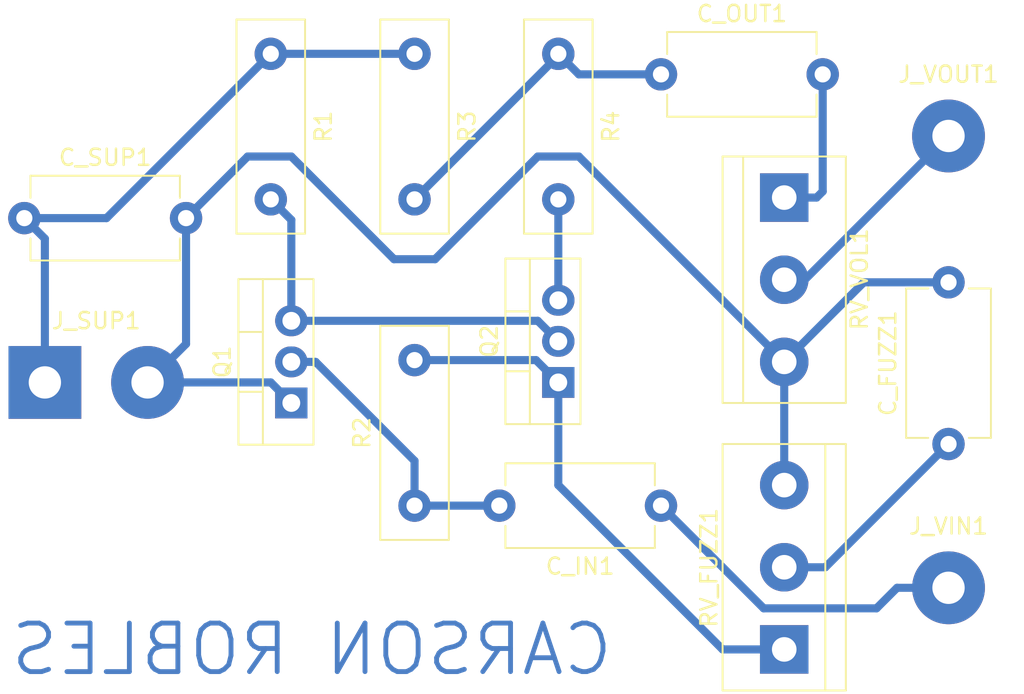
<source format=kicad_pcb>
(kicad_pcb (version 20171130) (host pcbnew "(5.0.1-3-g963ef8bb5)")

  (general
    (thickness 1.6)
    (drawings 1)
    (tracks 50)
    (zones 0)
    (modules 15)
    (nets 12)
  )

  (page A4)
  (layers
    (0 F.Cu signal)
    (31 B.Cu signal)
    (32 B.Adhes user)
    (33 F.Adhes user)
    (34 B.Paste user)
    (35 F.Paste user)
    (36 B.SilkS user)
    (37 F.SilkS user)
    (38 B.Mask user)
    (39 F.Mask user)
    (40 Dwgs.User user)
    (41 Cmts.User user)
    (42 Eco1.User user)
    (43 Eco2.User user)
    (44 Edge.Cuts user)
    (45 Margin user)
    (46 B.CrtYd user)
    (47 F.CrtYd user)
    (48 B.Fab user)
    (49 F.Fab user)
  )

  (setup
    (last_trace_width 0.5)
    (trace_clearance 0.2)
    (zone_clearance 0.508)
    (zone_45_only no)
    (trace_min 0.2)
    (segment_width 0.2)
    (edge_width 0.15)
    (via_size 0.8)
    (via_drill 0.4)
    (via_min_size 0.4)
    (via_min_drill 0.3)
    (uvia_size 0.3)
    (uvia_drill 0.1)
    (uvias_allowed no)
    (uvia_min_size 0.2)
    (uvia_min_drill 0.1)
    (pcb_text_width 0.3)
    (pcb_text_size 1.5 1.5)
    (mod_edge_width 0.15)
    (mod_text_size 1 1)
    (mod_text_width 0.15)
    (pad_size 1.524 1.524)
    (pad_drill 0.762)
    (pad_to_mask_clearance 0.051)
    (solder_mask_min_width 0.25)
    (aux_axis_origin 0 0)
    (visible_elements FFFFFF7F)
    (pcbplotparams
      (layerselection 0x010fc_ffffffff)
      (usegerberextensions false)
      (usegerberattributes false)
      (usegerberadvancedattributes false)
      (creategerberjobfile false)
      (excludeedgelayer true)
      (linewidth 0.100000)
      (plotframeref false)
      (viasonmask false)
      (mode 1)
      (useauxorigin false)
      (hpglpennumber 1)
      (hpglpenspeed 20)
      (hpglpendiameter 15.000000)
      (psnegative false)
      (psa4output false)
      (plotreference true)
      (plotvalue true)
      (plotinvisibletext false)
      (padsonsilk false)
      (subtractmaskfromsilk false)
      (outputformat 1)
      (mirror false)
      (drillshape 1)
      (scaleselection 1)
      (outputdirectory ""))
  )

  (net 0 "")
  (net 1 GND)
  (net 2 -9V)
  (net 3 "Net-(Q2-Pad3)")
  (net 4 "Net-(J_VOUT1-Pad1)")
  (net 5 "Net-(Q2-Pad1)")
  (net 6 "Net-(Q1-Pad3)")
  (net 7 "Net-(C_FUZZ1-Pad1)")
  (net 8 "Net-(C_OUT1-Pad2)")
  (net 9 "Net-(C_IN1-Pad2)")
  (net 10 "Net-(C_OUT1-Pad1)")
  (net 11 "Net-(C_IN1-Pad1)")

  (net_class Default "This is the default net class."
    (clearance 0.2)
    (trace_width 0.5)
    (via_dia 0.8)
    (via_drill 0.4)
    (uvia_dia 0.3)
    (uvia_drill 0.1)
    (add_net -9V)
    (add_net GND)
    (add_net "Net-(C_FUZZ1-Pad1)")
    (add_net "Net-(C_IN1-Pad1)")
    (add_net "Net-(C_IN1-Pad2)")
    (add_net "Net-(C_OUT1-Pad1)")
    (add_net "Net-(C_OUT1-Pad2)")
    (add_net "Net-(J_VOUT1-Pad1)")
    (add_net "Net-(Q1-Pad3)")
    (add_net "Net-(Q2-Pad1)")
    (add_net "Net-(Q2-Pad3)")
  )

  (module Capacitor_THT:C_Disc_D9.0mm_W5.0mm_P10.00mm (layer F.Cu) (tedit 5AE50EF0) (tstamp 5C2D6494)
    (at 113.03 49.53)
    (descr "C, Disc series, Radial, pin pitch=10.00mm, , diameter*width=9*5.0mm^2, Capacitor, http://www.vishay.com/docs/28535/vy2series.pdf")
    (tags "C Disc series Radial pin pitch 10.00mm  diameter 9mm width 5.0mm Capacitor")
    (path /5C1F4E3A)
    (fp_text reference C_OUT1 (at 5 -3.75) (layer F.SilkS)
      (effects (font (size 1 1) (thickness 0.15)))
    )
    (fp_text value 10n (at 5 3.75) (layer F.Fab)
      (effects (font (size 1 1) (thickness 0.15)))
    )
    (fp_line (start 0.5 -2.5) (end 0.5 2.5) (layer F.Fab) (width 0.1))
    (fp_line (start 0.5 2.5) (end 9.5 2.5) (layer F.Fab) (width 0.1))
    (fp_line (start 9.5 2.5) (end 9.5 -2.5) (layer F.Fab) (width 0.1))
    (fp_line (start 9.5 -2.5) (end 0.5 -2.5) (layer F.Fab) (width 0.1))
    (fp_line (start 0.38 -2.62) (end 9.62 -2.62) (layer F.SilkS) (width 0.12))
    (fp_line (start 0.38 2.62) (end 9.62 2.62) (layer F.SilkS) (width 0.12))
    (fp_line (start 0.38 -2.62) (end 0.38 -1.256) (layer F.SilkS) (width 0.12))
    (fp_line (start 0.38 1.256) (end 0.38 2.62) (layer F.SilkS) (width 0.12))
    (fp_line (start 9.62 -2.62) (end 9.62 -1.256) (layer F.SilkS) (width 0.12))
    (fp_line (start 9.62 1.256) (end 9.62 2.62) (layer F.SilkS) (width 0.12))
    (fp_line (start -1.25 -2.75) (end -1.25 2.75) (layer F.CrtYd) (width 0.05))
    (fp_line (start -1.25 2.75) (end 11.25 2.75) (layer F.CrtYd) (width 0.05))
    (fp_line (start 11.25 2.75) (end 11.25 -2.75) (layer F.CrtYd) (width 0.05))
    (fp_line (start 11.25 -2.75) (end -1.25 -2.75) (layer F.CrtYd) (width 0.05))
    (fp_text user %R (at 5 0) (layer F.Fab)
      (effects (font (size 1 1) (thickness 0.15)))
    )
    (pad 1 thru_hole circle (at 0 0) (size 2 2) (drill 1) (layers *.Cu *.Mask)
      (net 10 "Net-(C_OUT1-Pad1)"))
    (pad 2 thru_hole circle (at 10 0) (size 2 2) (drill 1) (layers *.Cu *.Mask)
      (net 8 "Net-(C_OUT1-Pad2)"))
    (model ${KISYS3DMOD}/Capacitor_THT.3dshapes/C_Disc_D9.0mm_W5.0mm_P10.00mm.wrl
      (at (xyz 0 0 0))
      (scale (xyz 1 1 1))
      (rotate (xyz 0 0 0))
    )
  )

  (module Capacitor_THT:C_Disc_D9.0mm_W5.0mm_P10.00mm (layer F.Cu) (tedit 5AE50EF0) (tstamp 5C2D647F)
    (at 113.03 76.2 180)
    (descr "C, Disc series, Radial, pin pitch=10.00mm, , diameter*width=9*5.0mm^2, Capacitor, http://www.vishay.com/docs/28535/vy2series.pdf")
    (tags "C Disc series Radial pin pitch 10.00mm  diameter 9mm width 5.0mm Capacitor")
    (path /5C1F4DD3)
    (fp_text reference C_IN1 (at 5 -3.75 180) (layer F.SilkS)
      (effects (font (size 1 1) (thickness 0.15)))
    )
    (fp_text value 2.2u (at 5 3.75 180) (layer F.Fab)
      (effects (font (size 1 1) (thickness 0.15)))
    )
    (fp_text user %R (at 5 0 180) (layer F.Fab)
      (effects (font (size 1 1) (thickness 0.15)))
    )
    (fp_line (start 11.25 -2.75) (end -1.25 -2.75) (layer F.CrtYd) (width 0.05))
    (fp_line (start 11.25 2.75) (end 11.25 -2.75) (layer F.CrtYd) (width 0.05))
    (fp_line (start -1.25 2.75) (end 11.25 2.75) (layer F.CrtYd) (width 0.05))
    (fp_line (start -1.25 -2.75) (end -1.25 2.75) (layer F.CrtYd) (width 0.05))
    (fp_line (start 9.62 1.256) (end 9.62 2.62) (layer F.SilkS) (width 0.12))
    (fp_line (start 9.62 -2.62) (end 9.62 -1.256) (layer F.SilkS) (width 0.12))
    (fp_line (start 0.38 1.256) (end 0.38 2.62) (layer F.SilkS) (width 0.12))
    (fp_line (start 0.38 -2.62) (end 0.38 -1.256) (layer F.SilkS) (width 0.12))
    (fp_line (start 0.38 2.62) (end 9.62 2.62) (layer F.SilkS) (width 0.12))
    (fp_line (start 0.38 -2.62) (end 9.62 -2.62) (layer F.SilkS) (width 0.12))
    (fp_line (start 9.5 -2.5) (end 0.5 -2.5) (layer F.Fab) (width 0.1))
    (fp_line (start 9.5 2.5) (end 9.5 -2.5) (layer F.Fab) (width 0.1))
    (fp_line (start 0.5 2.5) (end 9.5 2.5) (layer F.Fab) (width 0.1))
    (fp_line (start 0.5 -2.5) (end 0.5 2.5) (layer F.Fab) (width 0.1))
    (pad 2 thru_hole circle (at 10 0 180) (size 2 2) (drill 1) (layers *.Cu *.Mask)
      (net 9 "Net-(C_IN1-Pad2)"))
    (pad 1 thru_hole circle (at 0 0 180) (size 2 2) (drill 1) (layers *.Cu *.Mask)
      (net 11 "Net-(C_IN1-Pad1)"))
    (model ${KISYS3DMOD}/Capacitor_THT.3dshapes/C_Disc_D9.0mm_W5.0mm_P10.00mm.wrl
      (at (xyz 0 0 0))
      (scale (xyz 1 1 1))
      (rotate (xyz 0 0 0))
    )
  )

  (module Capacitor_THT:C_Disc_D9.0mm_W5.0mm_P10.00mm (layer F.Cu) (tedit 5AE50EF0) (tstamp 5C2D646A)
    (at 130.81 72.39 90)
    (descr "C, Disc series, Radial, pin pitch=10.00mm, , diameter*width=9*5.0mm^2, Capacitor, http://www.vishay.com/docs/28535/vy2series.pdf")
    (tags "C Disc series Radial pin pitch 10.00mm  diameter 9mm width 5.0mm Capacitor")
    (path /5C1FCAA2)
    (fp_text reference C_FUZZ1 (at 5 -3.75 90) (layer F.SilkS)
      (effects (font (size 1 1) (thickness 0.15)))
    )
    (fp_text value 20u (at 5 3.75 90) (layer F.Fab)
      (effects (font (size 1 1) (thickness 0.15)))
    )
    (fp_line (start 0.5 -2.5) (end 0.5 2.5) (layer F.Fab) (width 0.1))
    (fp_line (start 0.5 2.5) (end 9.5 2.5) (layer F.Fab) (width 0.1))
    (fp_line (start 9.5 2.5) (end 9.5 -2.5) (layer F.Fab) (width 0.1))
    (fp_line (start 9.5 -2.5) (end 0.5 -2.5) (layer F.Fab) (width 0.1))
    (fp_line (start 0.38 -2.62) (end 9.62 -2.62) (layer F.SilkS) (width 0.12))
    (fp_line (start 0.38 2.62) (end 9.62 2.62) (layer F.SilkS) (width 0.12))
    (fp_line (start 0.38 -2.62) (end 0.38 -1.256) (layer F.SilkS) (width 0.12))
    (fp_line (start 0.38 1.256) (end 0.38 2.62) (layer F.SilkS) (width 0.12))
    (fp_line (start 9.62 -2.62) (end 9.62 -1.256) (layer F.SilkS) (width 0.12))
    (fp_line (start 9.62 1.256) (end 9.62 2.62) (layer F.SilkS) (width 0.12))
    (fp_line (start -1.25 -2.75) (end -1.25 2.75) (layer F.CrtYd) (width 0.05))
    (fp_line (start -1.25 2.75) (end 11.25 2.75) (layer F.CrtYd) (width 0.05))
    (fp_line (start 11.25 2.75) (end 11.25 -2.75) (layer F.CrtYd) (width 0.05))
    (fp_line (start 11.25 -2.75) (end -1.25 -2.75) (layer F.CrtYd) (width 0.05))
    (fp_text user %R (at 5 0 90) (layer F.Fab)
      (effects (font (size 1 1) (thickness 0.15)))
    )
    (pad 1 thru_hole circle (at 0 0 90) (size 2 2) (drill 1) (layers *.Cu *.Mask)
      (net 7 "Net-(C_FUZZ1-Pad1)"))
    (pad 2 thru_hole circle (at 10 0 90) (size 2 2) (drill 1) (layers *.Cu *.Mask)
      (net 1 GND))
    (model ${KISYS3DMOD}/Capacitor_THT.3dshapes/C_Disc_D9.0mm_W5.0mm_P10.00mm.wrl
      (at (xyz 0 0 0))
      (scale (xyz 1 1 1))
      (rotate (xyz 0 0 0))
    )
  )

  (module TerminalBlock:TerminalBlock_bornier-3_P5.08mm (layer F.Cu) (tedit 59FF03B9) (tstamp 5C2D6329)
    (at 120.65 57.15 270)
    (descr "simple 3-pin terminal block, pitch 5.08mm, revamped version of bornier3")
    (tags "terminal block bornier3")
    (path /5C1F5EC0)
    (fp_text reference RV_VOL1 (at 5.05 -4.65 270) (layer F.SilkS)
      (effects (font (size 1 1) (thickness 0.15)))
    )
    (fp_text value R_POT (at 5.08 5.08 270) (layer F.Fab)
      (effects (font (size 1 1) (thickness 0.15)))
    )
    (fp_line (start 12.88 4) (end -2.72 4) (layer F.CrtYd) (width 0.05))
    (fp_line (start 12.88 4) (end 12.88 -4) (layer F.CrtYd) (width 0.05))
    (fp_line (start -2.72 -4) (end -2.72 4) (layer F.CrtYd) (width 0.05))
    (fp_line (start -2.72 -4) (end 12.88 -4) (layer F.CrtYd) (width 0.05))
    (fp_line (start -2.54 3.81) (end 12.7 3.81) (layer F.SilkS) (width 0.12))
    (fp_line (start -2.54 -3.81) (end 12.7 -3.81) (layer F.SilkS) (width 0.12))
    (fp_line (start -2.54 2.54) (end 12.7 2.54) (layer F.SilkS) (width 0.12))
    (fp_line (start 12.7 3.81) (end 12.7 -3.81) (layer F.SilkS) (width 0.12))
    (fp_line (start -2.54 3.81) (end -2.54 -3.81) (layer F.SilkS) (width 0.12))
    (fp_line (start -2.47 3.75) (end -2.47 -3.75) (layer F.Fab) (width 0.1))
    (fp_line (start 12.63 3.75) (end -2.47 3.75) (layer F.Fab) (width 0.1))
    (fp_line (start 12.63 -3.75) (end 12.63 3.75) (layer F.Fab) (width 0.1))
    (fp_line (start -2.47 -3.75) (end 12.63 -3.75) (layer F.Fab) (width 0.1))
    (fp_line (start -2.47 2.55) (end 12.63 2.55) (layer F.Fab) (width 0.1))
    (fp_text user %R (at 5.08 0 270) (layer F.Fab)
      (effects (font (size 1 1) (thickness 0.15)))
    )
    (pad 3 thru_hole circle (at 10.16 0 270) (size 3 3) (drill 1.52) (layers *.Cu *.Mask)
      (net 1 GND))
    (pad 2 thru_hole circle (at 5.08 0 270) (size 3 3) (drill 1.52) (layers *.Cu *.Mask)
      (net 4 "Net-(J_VOUT1-Pad1)"))
    (pad 1 thru_hole rect (at 0 0 270) (size 3 3) (drill 1.52) (layers *.Cu *.Mask)
      (net 8 "Net-(C_OUT1-Pad2)"))
    (model ${KISYS3DMOD}/TerminalBlock.3dshapes/TerminalBlock_bornier-3_P5.08mm.wrl
      (offset (xyz 5.079999923706055 0 0))
      (scale (xyz 1 1 1))
      (rotate (xyz 0 0 0))
    )
  )

  (module TerminalBlock:TerminalBlock_bornier-3_P5.08mm (layer F.Cu) (tedit 59FF03B9) (tstamp 5C2D6313)
    (at 120.65 85.09 90)
    (descr "simple 3-pin terminal block, pitch 5.08mm, revamped version of bornier3")
    (tags "terminal block bornier3")
    (path /5C1F5FAC)
    (fp_text reference RV_FUZZ1 (at 5.05 -4.65 90) (layer F.SilkS)
      (effects (font (size 1 1) (thickness 0.15)))
    )
    (fp_text value R_POT (at 5.08 5.08 90) (layer F.Fab)
      (effects (font (size 1 1) (thickness 0.15)))
    )
    (fp_text user %R (at 5.08 0 90) (layer F.Fab)
      (effects (font (size 1 1) (thickness 0.15)))
    )
    (fp_line (start -2.47 2.55) (end 12.63 2.55) (layer F.Fab) (width 0.1))
    (fp_line (start -2.47 -3.75) (end 12.63 -3.75) (layer F.Fab) (width 0.1))
    (fp_line (start 12.63 -3.75) (end 12.63 3.75) (layer F.Fab) (width 0.1))
    (fp_line (start 12.63 3.75) (end -2.47 3.75) (layer F.Fab) (width 0.1))
    (fp_line (start -2.47 3.75) (end -2.47 -3.75) (layer F.Fab) (width 0.1))
    (fp_line (start -2.54 3.81) (end -2.54 -3.81) (layer F.SilkS) (width 0.12))
    (fp_line (start 12.7 3.81) (end 12.7 -3.81) (layer F.SilkS) (width 0.12))
    (fp_line (start -2.54 2.54) (end 12.7 2.54) (layer F.SilkS) (width 0.12))
    (fp_line (start -2.54 -3.81) (end 12.7 -3.81) (layer F.SilkS) (width 0.12))
    (fp_line (start -2.54 3.81) (end 12.7 3.81) (layer F.SilkS) (width 0.12))
    (fp_line (start -2.72 -4) (end 12.88 -4) (layer F.CrtYd) (width 0.05))
    (fp_line (start -2.72 -4) (end -2.72 4) (layer F.CrtYd) (width 0.05))
    (fp_line (start 12.88 4) (end 12.88 -4) (layer F.CrtYd) (width 0.05))
    (fp_line (start 12.88 4) (end -2.72 4) (layer F.CrtYd) (width 0.05))
    (pad 1 thru_hole rect (at 0 0 90) (size 3 3) (drill 1.52) (layers *.Cu *.Mask)
      (net 5 "Net-(Q2-Pad1)"))
    (pad 2 thru_hole circle (at 5.08 0 90) (size 3 3) (drill 1.52) (layers *.Cu *.Mask)
      (net 7 "Net-(C_FUZZ1-Pad1)"))
    (pad 3 thru_hole circle (at 10.16 0 90) (size 3 3) (drill 1.52) (layers *.Cu *.Mask)
      (net 1 GND))
    (model ${KISYS3DMOD}/TerminalBlock.3dshapes/TerminalBlock_bornier-3_P5.08mm.wrl
      (offset (xyz 5.079999923706055 0 0))
      (scale (xyz 1 1 1))
      (rotate (xyz 0 0 0))
    )
  )

  (module Capacitor_THT:C_Disc_D9.0mm_W5.0mm_P10.00mm (layer F.Cu) (tedit 5AE50EF0) (tstamp 5C34BE34)
    (at 73.66 58.42)
    (descr "C, Disc series, Radial, pin pitch=10.00mm, , diameter*width=9*5.0mm^2, Capacitor, http://www.vishay.com/docs/28535/vy2series.pdf")
    (tags "C Disc series Radial pin pitch 10.00mm  diameter 9mm width 5.0mm Capacitor")
    (path /5C2A9634)
    (fp_text reference C_SUP1 (at 5 -3.75) (layer F.SilkS)
      (effects (font (size 1 1) (thickness 0.15)))
    )
    (fp_text value C (at 5 3.75) (layer F.Fab)
      (effects (font (size 1 1) (thickness 0.15)))
    )
    (fp_line (start 0.5 -2.5) (end 0.5 2.5) (layer F.Fab) (width 0.1))
    (fp_line (start 0.5 2.5) (end 9.5 2.5) (layer F.Fab) (width 0.1))
    (fp_line (start 9.5 2.5) (end 9.5 -2.5) (layer F.Fab) (width 0.1))
    (fp_line (start 9.5 -2.5) (end 0.5 -2.5) (layer F.Fab) (width 0.1))
    (fp_line (start 0.38 -2.62) (end 9.62 -2.62) (layer F.SilkS) (width 0.12))
    (fp_line (start 0.38 2.62) (end 9.62 2.62) (layer F.SilkS) (width 0.12))
    (fp_line (start 0.38 -2.62) (end 0.38 -1.256) (layer F.SilkS) (width 0.12))
    (fp_line (start 0.38 1.256) (end 0.38 2.62) (layer F.SilkS) (width 0.12))
    (fp_line (start 9.62 -2.62) (end 9.62 -1.256) (layer F.SilkS) (width 0.12))
    (fp_line (start 9.62 1.256) (end 9.62 2.62) (layer F.SilkS) (width 0.12))
    (fp_line (start -1.25 -2.75) (end -1.25 2.75) (layer F.CrtYd) (width 0.05))
    (fp_line (start -1.25 2.75) (end 11.25 2.75) (layer F.CrtYd) (width 0.05))
    (fp_line (start 11.25 2.75) (end 11.25 -2.75) (layer F.CrtYd) (width 0.05))
    (fp_line (start 11.25 -2.75) (end -1.25 -2.75) (layer F.CrtYd) (width 0.05))
    (fp_text user %R (at 5 0) (layer F.Fab)
      (effects (font (size 1 1) (thickness 0.15)))
    )
    (pad 1 thru_hole circle (at 0 0) (size 2 2) (drill 1) (layers *.Cu *.Mask)
      (net 2 -9V))
    (pad 2 thru_hole circle (at 10 0) (size 2 2) (drill 1) (layers *.Cu *.Mask)
      (net 1 GND))
    (model ${KISYS3DMOD}/Capacitor_THT.3dshapes/C_Disc_D9.0mm_W5.0mm_P10.00mm.wrl
      (at (xyz 0 0 0))
      (scale (xyz 1 1 1))
      (rotate (xyz 0 0 0))
    )
  )

  (module Package_TO_SOT_THT:TO-220-3_Vertical (layer F.Cu) (tedit 5AC8BA0D) (tstamp 5C34B5FB)
    (at 106.68 68.58 90)
    (descr "TO-220-3, Vertical, RM 2.54mm, see https://www.vishay.com/docs/66542/to-220-1.pdf")
    (tags "TO-220-3 Vertical RM 2.54mm")
    (path /5C2A5F97)
    (fp_text reference Q2 (at 2.54 -4.27 90) (layer F.SilkS)
      (effects (font (size 1 1) (thickness 0.15)))
    )
    (fp_text value Q_PNP_EBC (at 2.54 2.5 90) (layer F.Fab)
      (effects (font (size 1 1) (thickness 0.15)))
    )
    (fp_text user %R (at 2.54 -4.27 90) (layer F.Fab)
      (effects (font (size 1 1) (thickness 0.15)))
    )
    (fp_line (start 7.79 -3.4) (end -2.71 -3.4) (layer F.CrtYd) (width 0.05))
    (fp_line (start 7.79 1.51) (end 7.79 -3.4) (layer F.CrtYd) (width 0.05))
    (fp_line (start -2.71 1.51) (end 7.79 1.51) (layer F.CrtYd) (width 0.05))
    (fp_line (start -2.71 -3.4) (end -2.71 1.51) (layer F.CrtYd) (width 0.05))
    (fp_line (start 4.391 -3.27) (end 4.391 -1.76) (layer F.SilkS) (width 0.12))
    (fp_line (start 0.69 -3.27) (end 0.69 -1.76) (layer F.SilkS) (width 0.12))
    (fp_line (start -2.58 -1.76) (end 7.66 -1.76) (layer F.SilkS) (width 0.12))
    (fp_line (start 7.66 -3.27) (end 7.66 1.371) (layer F.SilkS) (width 0.12))
    (fp_line (start -2.58 -3.27) (end -2.58 1.371) (layer F.SilkS) (width 0.12))
    (fp_line (start -2.58 1.371) (end 7.66 1.371) (layer F.SilkS) (width 0.12))
    (fp_line (start -2.58 -3.27) (end 7.66 -3.27) (layer F.SilkS) (width 0.12))
    (fp_line (start 4.39 -3.15) (end 4.39 -1.88) (layer F.Fab) (width 0.1))
    (fp_line (start 0.69 -3.15) (end 0.69 -1.88) (layer F.Fab) (width 0.1))
    (fp_line (start -2.46 -1.88) (end 7.54 -1.88) (layer F.Fab) (width 0.1))
    (fp_line (start 7.54 -3.15) (end -2.46 -3.15) (layer F.Fab) (width 0.1))
    (fp_line (start 7.54 1.25) (end 7.54 -3.15) (layer F.Fab) (width 0.1))
    (fp_line (start -2.46 1.25) (end 7.54 1.25) (layer F.Fab) (width 0.1))
    (fp_line (start -2.46 -3.15) (end -2.46 1.25) (layer F.Fab) (width 0.1))
    (pad 3 thru_hole oval (at 5.08 0 90) (size 1.905 2) (drill 1.1) (layers *.Cu *.Mask)
      (net 3 "Net-(Q2-Pad3)"))
    (pad 2 thru_hole oval (at 2.54 0 90) (size 1.905 2) (drill 1.1) (layers *.Cu *.Mask)
      (net 6 "Net-(Q1-Pad3)"))
    (pad 1 thru_hole rect (at 0 0 90) (size 1.905 2) (drill 1.1) (layers *.Cu *.Mask)
      (net 5 "Net-(Q2-Pad1)"))
    (model ${KISYS3DMOD}/Package_TO_SOT_THT.3dshapes/TO-220-3_Vertical.wrl
      (at (xyz 0 0 0))
      (scale (xyz 1 1 1))
      (rotate (xyz 0 0 0))
    )
  )

  (module Package_TO_SOT_THT:TO-220-3_Vertical (layer F.Cu) (tedit 5AC8BA0D) (tstamp 5C34B5E2)
    (at 90.17 69.85 90)
    (descr "TO-220-3, Vertical, RM 2.54mm, see https://www.vishay.com/docs/66542/to-220-1.pdf")
    (tags "TO-220-3 Vertical RM 2.54mm")
    (path /5C2A6153)
    (fp_text reference Q1 (at 2.54 -4.27 90) (layer F.SilkS)
      (effects (font (size 1 1) (thickness 0.15)))
    )
    (fp_text value Q_PNP_EBC (at 2.54 2.5 90) (layer F.Fab)
      (effects (font (size 1 1) (thickness 0.15)))
    )
    (fp_line (start -2.46 -3.15) (end -2.46 1.25) (layer F.Fab) (width 0.1))
    (fp_line (start -2.46 1.25) (end 7.54 1.25) (layer F.Fab) (width 0.1))
    (fp_line (start 7.54 1.25) (end 7.54 -3.15) (layer F.Fab) (width 0.1))
    (fp_line (start 7.54 -3.15) (end -2.46 -3.15) (layer F.Fab) (width 0.1))
    (fp_line (start -2.46 -1.88) (end 7.54 -1.88) (layer F.Fab) (width 0.1))
    (fp_line (start 0.69 -3.15) (end 0.69 -1.88) (layer F.Fab) (width 0.1))
    (fp_line (start 4.39 -3.15) (end 4.39 -1.88) (layer F.Fab) (width 0.1))
    (fp_line (start -2.58 -3.27) (end 7.66 -3.27) (layer F.SilkS) (width 0.12))
    (fp_line (start -2.58 1.371) (end 7.66 1.371) (layer F.SilkS) (width 0.12))
    (fp_line (start -2.58 -3.27) (end -2.58 1.371) (layer F.SilkS) (width 0.12))
    (fp_line (start 7.66 -3.27) (end 7.66 1.371) (layer F.SilkS) (width 0.12))
    (fp_line (start -2.58 -1.76) (end 7.66 -1.76) (layer F.SilkS) (width 0.12))
    (fp_line (start 0.69 -3.27) (end 0.69 -1.76) (layer F.SilkS) (width 0.12))
    (fp_line (start 4.391 -3.27) (end 4.391 -1.76) (layer F.SilkS) (width 0.12))
    (fp_line (start -2.71 -3.4) (end -2.71 1.51) (layer F.CrtYd) (width 0.05))
    (fp_line (start -2.71 1.51) (end 7.79 1.51) (layer F.CrtYd) (width 0.05))
    (fp_line (start 7.79 1.51) (end 7.79 -3.4) (layer F.CrtYd) (width 0.05))
    (fp_line (start 7.79 -3.4) (end -2.71 -3.4) (layer F.CrtYd) (width 0.05))
    (fp_text user %R (at 2.54 -4.27 90) (layer F.Fab)
      (effects (font (size 1 1) (thickness 0.15)))
    )
    (pad 1 thru_hole rect (at 0 0 90) (size 1.905 2) (drill 1.1) (layers *.Cu *.Mask)
      (net 1 GND))
    (pad 2 thru_hole oval (at 2.54 0 90) (size 1.905 2) (drill 1.1) (layers *.Cu *.Mask)
      (net 9 "Net-(C_IN1-Pad2)"))
    (pad 3 thru_hole oval (at 5.08 0 90) (size 1.905 2) (drill 1.1) (layers *.Cu *.Mask)
      (net 6 "Net-(Q1-Pad3)"))
    (model ${KISYS3DMOD}/Package_TO_SOT_THT.3dshapes/TO-220-3_Vertical.wrl
      (at (xyz 0 0 0))
      (scale (xyz 1 1 1))
      (rotate (xyz 0 0 0))
    )
  )

  (module Connector_Wire:SolderWirePad_1x01_Drill2mm (layer F.Cu) (tedit 5AEE5ED2) (tstamp 5C348F1C)
    (at 130.81 53.34)
    (descr "Wire solder connection")
    (tags connector)
    (path /5C203403)
    (attr virtual)
    (fp_text reference J_VOUT1 (at 0 -3.81) (layer F.SilkS)
      (effects (font (size 1 1) (thickness 0.15)))
    )
    (fp_text value Conn_01x01 (at 0 3.81) (layer F.Fab)
      (effects (font (size 1 1) (thickness 0.15)))
    )
    (fp_line (start 2.75 2.75) (end -2.75 2.75) (layer F.CrtYd) (width 0.05))
    (fp_line (start 2.75 2.75) (end 2.75 -2.75) (layer F.CrtYd) (width 0.05))
    (fp_line (start -2.75 -2.75) (end -2.75 2.75) (layer F.CrtYd) (width 0.05))
    (fp_line (start -2.75 -2.75) (end 2.75 -2.75) (layer F.CrtYd) (width 0.05))
    (fp_text user %R (at 0 0) (layer F.Fab)
      (effects (font (size 1 1) (thickness 0.15)))
    )
    (pad 1 thru_hole circle (at 0 0) (size 4.50088 4.50088) (drill 1.99898) (layers *.Cu *.Mask)
      (net 4 "Net-(J_VOUT1-Pad1)"))
  )

  (module Connector_Wire:SolderWirePad_1x01_Drill2mm (layer F.Cu) (tedit 5AEE5ED2) (tstamp 5C348F12)
    (at 130.81 81.28)
    (descr "Wire solder connection")
    (tags connector)
    (path /5C2035A3)
    (attr virtual)
    (fp_text reference J_VIN1 (at 0 -3.81) (layer F.SilkS)
      (effects (font (size 1 1) (thickness 0.15)))
    )
    (fp_text value Conn_01x01 (at 0 3.81) (layer F.Fab)
      (effects (font (size 1 1) (thickness 0.15)))
    )
    (fp_text user %R (at 0 0) (layer F.Fab)
      (effects (font (size 1 1) (thickness 0.15)))
    )
    (fp_line (start -2.75 -2.75) (end 2.75 -2.75) (layer F.CrtYd) (width 0.05))
    (fp_line (start -2.75 -2.75) (end -2.75 2.75) (layer F.CrtYd) (width 0.05))
    (fp_line (start 2.75 2.75) (end 2.75 -2.75) (layer F.CrtYd) (width 0.05))
    (fp_line (start 2.75 2.75) (end -2.75 2.75) (layer F.CrtYd) (width 0.05))
    (pad 1 thru_hole circle (at 0 0) (size 4.50088 4.50088) (drill 1.99898) (layers *.Cu *.Mask)
      (net 11 "Net-(C_IN1-Pad1)"))
  )

  (module Connector_Wire:SolderWirePad_1x02_P7.62mm_Drill2mm (layer F.Cu) (tedit 5AEE5F3D) (tstamp 5C348F08)
    (at 74.93 68.58)
    (descr "Wire solder connection")
    (tags connector)
    (path /5C1F5225)
    (attr virtual)
    (fp_text reference J_SUP1 (at 3.175 -3.81) (layer F.SilkS)
      (effects (font (size 1 1) (thickness 0.15)))
    )
    (fp_text value Conn_01x02 (at 3.175 3.81) (layer F.Fab)
      (effects (font (size 1 1) (thickness 0.15)))
    )
    (fp_text user %R (at 3.175 0) (layer F.Fab)
      (effects (font (size 1 1) (thickness 0.15)))
    )
    (fp_line (start -2.75 -2.75) (end 9.09 -2.75) (layer F.CrtYd) (width 0.05))
    (fp_line (start -2.75 -2.75) (end -2.75 2.75) (layer F.CrtYd) (width 0.05))
    (fp_line (start 9.09 2.75) (end 9.09 -2.75) (layer F.CrtYd) (width 0.05))
    (fp_line (start 9.09 2.75) (end -2.75 2.75) (layer F.CrtYd) (width 0.05))
    (pad 1 thru_hole rect (at 0 0) (size 4.50088 4.50088) (drill 1.99898) (layers *.Cu *.Mask)
      (net 2 -9V))
    (pad 2 thru_hole circle (at 6.35 0) (size 4.50088 4.50088) (drill 1.99898) (layers *.Cu *.Mask)
      (net 1 GND))
  )

  (module Resistor_THT:R_Box_L13.0mm_W4.0mm_P9.00mm (layer F.Cu) (tedit 5AE5139B) (tstamp 5C3488B6)
    (at 88.9 48.26 270)
    (descr "Resistor, Box series, Radial, pin pitch=9.00mm, 2W, length*width=13.0*4.0mm^2, http://www.produktinfo.conrad.com/datenblaetter/425000-449999/443860-da-01-de-METALLBAND_WIDERSTAND_0_1_OHM_5W_5Pr.pdf")
    (tags "Resistor Box series Radial pin pitch 9.00mm 2W length 13.0mm width 4.0mm")
    (path /5C1F5640)
    (fp_text reference R1 (at 4.5 -3.25 270) (layer F.SilkS)
      (effects (font (size 1 1) (thickness 0.15)))
    )
    (fp_text value 33k (at 4.5 3.25 270) (layer F.Fab)
      (effects (font (size 1 1) (thickness 0.15)))
    )
    (fp_line (start -2 -2) (end -2 2) (layer F.Fab) (width 0.1))
    (fp_line (start -2 2) (end 11 2) (layer F.Fab) (width 0.1))
    (fp_line (start 11 2) (end 11 -2) (layer F.Fab) (width 0.1))
    (fp_line (start 11 -2) (end -2 -2) (layer F.Fab) (width 0.1))
    (fp_line (start -2.12 -2.12) (end 11.12 -2.12) (layer F.SilkS) (width 0.12))
    (fp_line (start -2.12 2.12) (end 11.12 2.12) (layer F.SilkS) (width 0.12))
    (fp_line (start -2.12 -2.12) (end -2.12 2.12) (layer F.SilkS) (width 0.12))
    (fp_line (start 11.12 -2.12) (end 11.12 2.12) (layer F.SilkS) (width 0.12))
    (fp_line (start -2.25 -2.25) (end -2.25 2.25) (layer F.CrtYd) (width 0.05))
    (fp_line (start -2.25 2.25) (end 11.25 2.25) (layer F.CrtYd) (width 0.05))
    (fp_line (start 11.25 2.25) (end 11.25 -2.25) (layer F.CrtYd) (width 0.05))
    (fp_line (start 11.25 -2.25) (end -2.25 -2.25) (layer F.CrtYd) (width 0.05))
    (fp_text user %R (at 4.5 0 270) (layer F.Fab)
      (effects (font (size 1 1) (thickness 0.15)))
    )
    (pad 1 thru_hole circle (at 0 0 270) (size 2 2) (drill 1) (layers *.Cu *.Mask)
      (net 2 -9V))
    (pad 2 thru_hole circle (at 9 0 270) (size 2 2) (drill 1) (layers *.Cu *.Mask)
      (net 6 "Net-(Q1-Pad3)"))
    (model ${KISYS3DMOD}/Resistor_THT.3dshapes/R_Box_L13.0mm_W4.0mm_P9.00mm.wrl
      (at (xyz 0 0 0))
      (scale (xyz 1 1 1))
      (rotate (xyz 0 0 0))
    )
  )

  (module Resistor_THT:R_Box_L13.0mm_W4.0mm_P9.00mm (layer F.Cu) (tedit 5AE5139B) (tstamp 5C3488C9)
    (at 97.79 76.2 90)
    (descr "Resistor, Box series, Radial, pin pitch=9.00mm, 2W, length*width=13.0*4.0mm^2, http://www.produktinfo.conrad.com/datenblaetter/425000-449999/443860-da-01-de-METALLBAND_WIDERSTAND_0_1_OHM_5W_5Pr.pdf")
    (tags "Resistor Box series Radial pin pitch 9.00mm 2W length 13.0mm width 4.0mm")
    (path /5C1F5774)
    (fp_text reference R2 (at 4.5 -3.25 90) (layer F.SilkS)
      (effects (font (size 1 1) (thickness 0.15)))
    )
    (fp_text value 100k (at 4.5 3.25 90) (layer F.Fab)
      (effects (font (size 1 1) (thickness 0.15)))
    )
    (fp_text user %R (at 4.5 0 90) (layer F.Fab)
      (effects (font (size 1 1) (thickness 0.15)))
    )
    (fp_line (start 11.25 -2.25) (end -2.25 -2.25) (layer F.CrtYd) (width 0.05))
    (fp_line (start 11.25 2.25) (end 11.25 -2.25) (layer F.CrtYd) (width 0.05))
    (fp_line (start -2.25 2.25) (end 11.25 2.25) (layer F.CrtYd) (width 0.05))
    (fp_line (start -2.25 -2.25) (end -2.25 2.25) (layer F.CrtYd) (width 0.05))
    (fp_line (start 11.12 -2.12) (end 11.12 2.12) (layer F.SilkS) (width 0.12))
    (fp_line (start -2.12 -2.12) (end -2.12 2.12) (layer F.SilkS) (width 0.12))
    (fp_line (start -2.12 2.12) (end 11.12 2.12) (layer F.SilkS) (width 0.12))
    (fp_line (start -2.12 -2.12) (end 11.12 -2.12) (layer F.SilkS) (width 0.12))
    (fp_line (start 11 -2) (end -2 -2) (layer F.Fab) (width 0.1))
    (fp_line (start 11 2) (end 11 -2) (layer F.Fab) (width 0.1))
    (fp_line (start -2 2) (end 11 2) (layer F.Fab) (width 0.1))
    (fp_line (start -2 -2) (end -2 2) (layer F.Fab) (width 0.1))
    (pad 2 thru_hole circle (at 9 0 90) (size 2 2) (drill 1) (layers *.Cu *.Mask)
      (net 5 "Net-(Q2-Pad1)"))
    (pad 1 thru_hole circle (at 0 0 90) (size 2 2) (drill 1) (layers *.Cu *.Mask)
      (net 9 "Net-(C_IN1-Pad2)"))
    (model ${KISYS3DMOD}/Resistor_THT.3dshapes/R_Box_L13.0mm_W4.0mm_P9.00mm.wrl
      (at (xyz 0 0 0))
      (scale (xyz 1 1 1))
      (rotate (xyz 0 0 0))
    )
  )

  (module Resistor_THT:R_Box_L13.0mm_W4.0mm_P9.00mm (layer F.Cu) (tedit 5AE5139B) (tstamp 5C3488DC)
    (at 97.79 48.26 270)
    (descr "Resistor, Box series, Radial, pin pitch=9.00mm, 2W, length*width=13.0*4.0mm^2, http://www.produktinfo.conrad.com/datenblaetter/425000-449999/443860-da-01-de-METALLBAND_WIDERSTAND_0_1_OHM_5W_5Pr.pdf")
    (tags "Resistor Box series Radial pin pitch 9.00mm 2W length 13.0mm width 4.0mm")
    (path /5C1F56C1)
    (fp_text reference R3 (at 4.5 -3.25 270) (layer F.SilkS)
      (effects (font (size 1 1) (thickness 0.15)))
    )
    (fp_text value 330 (at 4.5 3.25 270) (layer F.Fab)
      (effects (font (size 1 1) (thickness 0.15)))
    )
    (fp_text user %R (at 4.5 0 270) (layer F.Fab)
      (effects (font (size 1 1) (thickness 0.15)))
    )
    (fp_line (start 11.25 -2.25) (end -2.25 -2.25) (layer F.CrtYd) (width 0.05))
    (fp_line (start 11.25 2.25) (end 11.25 -2.25) (layer F.CrtYd) (width 0.05))
    (fp_line (start -2.25 2.25) (end 11.25 2.25) (layer F.CrtYd) (width 0.05))
    (fp_line (start -2.25 -2.25) (end -2.25 2.25) (layer F.CrtYd) (width 0.05))
    (fp_line (start 11.12 -2.12) (end 11.12 2.12) (layer F.SilkS) (width 0.12))
    (fp_line (start -2.12 -2.12) (end -2.12 2.12) (layer F.SilkS) (width 0.12))
    (fp_line (start -2.12 2.12) (end 11.12 2.12) (layer F.SilkS) (width 0.12))
    (fp_line (start -2.12 -2.12) (end 11.12 -2.12) (layer F.SilkS) (width 0.12))
    (fp_line (start 11 -2) (end -2 -2) (layer F.Fab) (width 0.1))
    (fp_line (start 11 2) (end 11 -2) (layer F.Fab) (width 0.1))
    (fp_line (start -2 2) (end 11 2) (layer F.Fab) (width 0.1))
    (fp_line (start -2 -2) (end -2 2) (layer F.Fab) (width 0.1))
    (pad 2 thru_hole circle (at 9 0 270) (size 2 2) (drill 1) (layers *.Cu *.Mask)
      (net 10 "Net-(C_OUT1-Pad1)"))
    (pad 1 thru_hole circle (at 0 0 270) (size 2 2) (drill 1) (layers *.Cu *.Mask)
      (net 2 -9V))
    (model ${KISYS3DMOD}/Resistor_THT.3dshapes/R_Box_L13.0mm_W4.0mm_P9.00mm.wrl
      (at (xyz 0 0 0))
      (scale (xyz 1 1 1))
      (rotate (xyz 0 0 0))
    )
  )

  (module Resistor_THT:R_Box_L13.0mm_W4.0mm_P9.00mm (layer F.Cu) (tedit 5AE5139B) (tstamp 5C3488EF)
    (at 106.68 48.26 270)
    (descr "Resistor, Box series, Radial, pin pitch=9.00mm, 2W, length*width=13.0*4.0mm^2, http://www.produktinfo.conrad.com/datenblaetter/425000-449999/443860-da-01-de-METALLBAND_WIDERSTAND_0_1_OHM_5W_5Pr.pdf")
    (tags "Resistor Box series Radial pin pitch 9.00mm 2W length 13.0mm width 4.0mm")
    (path /5C1F5717)
    (fp_text reference R4 (at 4.5 -3.25 270) (layer F.SilkS)
      (effects (font (size 1 1) (thickness 0.15)))
    )
    (fp_text value 8.2k (at 4.5 3.25 270) (layer F.Fab)
      (effects (font (size 1 1) (thickness 0.15)))
    )
    (fp_line (start -2 -2) (end -2 2) (layer F.Fab) (width 0.1))
    (fp_line (start -2 2) (end 11 2) (layer F.Fab) (width 0.1))
    (fp_line (start 11 2) (end 11 -2) (layer F.Fab) (width 0.1))
    (fp_line (start 11 -2) (end -2 -2) (layer F.Fab) (width 0.1))
    (fp_line (start -2.12 -2.12) (end 11.12 -2.12) (layer F.SilkS) (width 0.12))
    (fp_line (start -2.12 2.12) (end 11.12 2.12) (layer F.SilkS) (width 0.12))
    (fp_line (start -2.12 -2.12) (end -2.12 2.12) (layer F.SilkS) (width 0.12))
    (fp_line (start 11.12 -2.12) (end 11.12 2.12) (layer F.SilkS) (width 0.12))
    (fp_line (start -2.25 -2.25) (end -2.25 2.25) (layer F.CrtYd) (width 0.05))
    (fp_line (start -2.25 2.25) (end 11.25 2.25) (layer F.CrtYd) (width 0.05))
    (fp_line (start 11.25 2.25) (end 11.25 -2.25) (layer F.CrtYd) (width 0.05))
    (fp_line (start 11.25 -2.25) (end -2.25 -2.25) (layer F.CrtYd) (width 0.05))
    (fp_text user %R (at 4.5 0 270) (layer F.Fab)
      (effects (font (size 1 1) (thickness 0.15)))
    )
    (pad 1 thru_hole circle (at 0 0 270) (size 2 2) (drill 1) (layers *.Cu *.Mask)
      (net 10 "Net-(C_OUT1-Pad1)"))
    (pad 2 thru_hole circle (at 9 0 270) (size 2 2) (drill 1) (layers *.Cu *.Mask)
      (net 3 "Net-(Q2-Pad3)"))
    (model ${KISYS3DMOD}/Resistor_THT.3dshapes/R_Box_L13.0mm_W4.0mm_P9.00mm.wrl
      (at (xyz 0 0 0))
      (scale (xyz 1 1 1))
      (rotate (xyz 0 0 0))
    )
  )

  (gr_text "CARSON ROBLES" (at 91.44 85.09) (layer B.Cu)
    (effects (font (size 3 3) (thickness 0.3)) (justify mirror))
  )

  (segment (start 97.79 73.43) (end 97.79 76.2) (width 0.5) (layer B.Cu) (net 9))
  (segment (start 91.67 67.31) (end 97.79 73.43) (width 0.5) (layer B.Cu) (net 9))
  (segment (start 90.17 67.31) (end 91.67 67.31) (width 0.5) (layer B.Cu) (net 9))
  (segment (start 97.79 76.2) (end 103.03 76.2) (width 0.5) (layer B.Cu) (net 9))
  (segment (start 123.19 80.01) (end 130.81 72.39) (width 0.5) (layer B.Cu) (net 7))
  (segment (start 120.65 80.01) (end 123.19 80.01) (width 0.5) (layer B.Cu) (net 7))
  (segment (start 90.17 54.61) (end 96.52 60.96) (width 0.5) (layer B.Cu) (net 1))
  (segment (start 96.52 60.96) (end 99.06 60.96) (width 0.5) (layer B.Cu) (net 1))
  (segment (start 99.06 60.96) (end 105.41 54.61) (width 0.5) (layer B.Cu) (net 1))
  (segment (start 90.17 69.85) (end 90.1225 69.85) (width 0.5) (layer B.Cu) (net 1))
  (segment (start 120.65 74.93) (end 120.65 67.31) (width 0.5) (layer B.Cu) (net 1))
  (segment (start 125.57 62.39) (end 130.81 62.39) (width 0.5) (layer B.Cu) (net 1))
  (segment (start 120.65 67.31) (end 125.57 62.39) (width 0.5) (layer B.Cu) (net 1))
  (segment (start 120.65 67.31) (end 119.150001 65.810001) (width 0.5) (layer B.Cu) (net 1))
  (segment (start 119.150001 65.810001) (end 107.95 54.61) (width 0.5) (layer B.Cu) (net 1))
  (segment (start 105.41 54.61) (end 107.95 54.61) (width 0.5) (layer B.Cu) (net 1))
  (segment (start 88.9 68.58) (end 90.17 69.85) (width 0.5) (layer B.Cu) (net 1))
  (segment (start 81.28 68.58) (end 88.9 68.58) (width 0.5) (layer B.Cu) (net 1))
  (segment (start 83.66 66.2) (end 83.66 58.42) (width 0.5) (layer B.Cu) (net 1))
  (segment (start 81.28 68.58) (end 83.66 66.2) (width 0.5) (layer B.Cu) (net 1))
  (segment (start 83.66 58.42) (end 87.47 54.61) (width 0.5) (layer B.Cu) (net 1))
  (segment (start 87.47 54.61) (end 90.17 54.61) (width 0.5) (layer B.Cu) (net 1))
  (segment (start 122.65 57.15) (end 120.65 57.15) (width 0.5) (layer B.Cu) (net 8))
  (segment (start 123.03 56.77) (end 122.65 57.15) (width 0.5) (layer B.Cu) (net 8))
  (segment (start 123.03 49.53) (end 123.03 56.77) (width 0.5) (layer B.Cu) (net 8))
  (segment (start 106.68 48.37) (end 106.68 48.26) (width 0.5) (layer B.Cu) (net 10))
  (segment (start 97.79 57.26) (end 106.68 48.37) (width 0.5) (layer B.Cu) (net 10))
  (segment (start 107.95 49.53) (end 106.68 48.26) (width 0.5) (layer B.Cu) (net 10))
  (segment (start 113.03 49.53) (end 107.95 49.53) (width 0.5) (layer B.Cu) (net 10))
  (segment (start 88.9 48.26) (end 97.79 48.26) (width 0.5) (layer B.Cu) (net 2))
  (segment (start 74.93 59.69) (end 73.66 58.42) (width 0.5) (layer B.Cu) (net 2))
  (segment (start 74.93 68.58) (end 74.93 59.69) (width 0.5) (layer B.Cu) (net 2))
  (segment (start 78.74 58.42) (end 88.9 48.26) (width 0.5) (layer B.Cu) (net 2))
  (segment (start 73.66 58.42) (end 78.74 58.42) (width 0.5) (layer B.Cu) (net 2))
  (segment (start 106.68 57.26) (end 106.68 63.5) (width 0.5) (layer B.Cu) (net 3))
  (segment (start 121.92 62.23) (end 120.65 62.23) (width 0.5) (layer B.Cu) (net 4))
  (segment (start 130.81 53.34) (end 121.92 62.23) (width 0.5) (layer B.Cu) (net 4))
  (segment (start 113.03 76.2) (end 119.38 82.55) (width 0.5) (layer B.Cu) (net 11))
  (segment (start 127.627398 81.28) (end 130.81 81.28) (width 0.5) (layer B.Cu) (net 11))
  (segment (start 126.357398 82.55) (end 127.627398 81.28) (width 0.5) (layer B.Cu) (net 11))
  (segment (start 119.38 82.55) (end 126.357398 82.55) (width 0.5) (layer B.Cu) (net 11))
  (segment (start 105.3 67.2) (end 106.68 68.58) (width 0.5) (layer B.Cu) (net 5))
  (segment (start 97.79 67.2) (end 105.3 67.2) (width 0.5) (layer B.Cu) (net 5))
  (segment (start 116.84 85.09) (end 120.65 85.09) (width 0.5) (layer B.Cu) (net 5))
  (segment (start 106.68 74.93) (end 116.84 85.09) (width 0.5) (layer B.Cu) (net 5))
  (segment (start 106.68 68.58) (end 106.68 74.93) (width 0.5) (layer B.Cu) (net 5))
  (segment (start 90.17 58.53) (end 88.9 57.26) (width 0.5) (layer B.Cu) (net 6))
  (segment (start 90.17 64.77) (end 90.17 58.53) (width 0.5) (layer B.Cu) (net 6))
  (segment (start 105.41 64.77) (end 106.68 66.04) (width 0.5) (layer B.Cu) (net 6))
  (segment (start 90.17 64.77) (end 105.41 64.77) (width 0.5) (layer B.Cu) (net 6))

)

</source>
